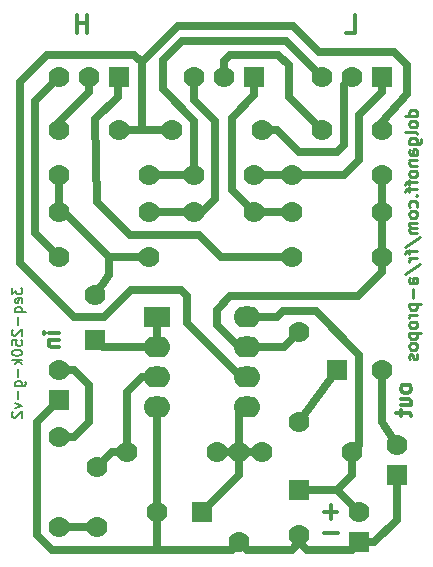
<source format=gbl>
%FSLAX46Y46*%
G04 Gerber Fmt 4.6, Leading zero omitted, Abs format (unit mm)*
G04 Created by KiCad (PCBNEW (2014-08-26 BZR 5101)-product) date 29/08/2014 13:32:12*
%MOMM*%
G01*
G04 APERTURE LIST*
%ADD10C,0.100000*%
%ADD11C,0.300000*%
%ADD12C,0.203200*%
%ADD13C,0.254000*%
%ADD14C,1.778000*%
%ADD15R,1.778000X1.778000*%
%ADD16R,2.286000X1.778000*%
%ADD17O,2.286000X1.778000*%
%ADD18C,0.635000*%
G04 APERTURE END LIST*
D10*
D11*
X119173571Y-78148571D02*
X119173571Y-76648571D01*
X119173571Y-77362857D02*
X118316428Y-77362857D01*
X118316428Y-78148571D02*
X118316428Y-76648571D01*
X141140714Y-78148571D02*
X141855000Y-78148571D01*
X141855000Y-76648571D01*
X146624524Y-108191905D02*
X146564048Y-108070952D01*
X146503571Y-108010476D01*
X146382619Y-107950000D01*
X146019762Y-107950000D01*
X145898810Y-108010476D01*
X145838333Y-108070952D01*
X145777857Y-108191905D01*
X145777857Y-108373333D01*
X145838333Y-108494285D01*
X145898810Y-108554762D01*
X146019762Y-108615238D01*
X146382619Y-108615238D01*
X146503571Y-108554762D01*
X146564048Y-108494285D01*
X146624524Y-108373333D01*
X146624524Y-108191905D01*
X145777857Y-109703810D02*
X146624524Y-109703810D01*
X145777857Y-109159524D02*
X146443095Y-109159524D01*
X146564048Y-109220000D01*
X146624524Y-109340953D01*
X146624524Y-109522381D01*
X146564048Y-109643333D01*
X146503571Y-109703810D01*
X145777857Y-110127143D02*
X145777857Y-110610953D01*
X145354524Y-110308572D02*
X146443095Y-110308572D01*
X146564048Y-110369048D01*
X146624524Y-110490001D01*
X146624524Y-110610953D01*
X116779524Y-103565476D02*
X115932857Y-103565476D01*
X115509524Y-103565476D02*
X115570000Y-103505000D01*
X115630476Y-103565476D01*
X115570000Y-103625952D01*
X115509524Y-103565476D01*
X115630476Y-103565476D01*
X115932857Y-104170238D02*
X116779524Y-104170238D01*
X116053810Y-104170238D02*
X115993333Y-104230714D01*
X115932857Y-104351667D01*
X115932857Y-104533095D01*
X115993333Y-104654047D01*
X116114286Y-104714524D01*
X116779524Y-104714524D01*
X139807143Y-118173572D02*
X139807143Y-119316429D01*
X140378571Y-118745000D02*
X139235714Y-118745000D01*
X139255572Y-120542857D02*
X140398429Y-120542857D01*
D12*
X112797167Y-99758499D02*
X112797167Y-100308832D01*
X113135833Y-100012499D01*
X113135833Y-100139499D01*
X113178167Y-100224166D01*
X113220500Y-100266499D01*
X113305167Y-100308832D01*
X113516833Y-100308832D01*
X113601500Y-100266499D01*
X113643833Y-100224166D01*
X113686167Y-100139499D01*
X113686167Y-99885499D01*
X113643833Y-99800832D01*
X113601500Y-99758499D01*
X113643833Y-101028499D02*
X113686167Y-100943833D01*
X113686167Y-100774499D01*
X113643833Y-100689833D01*
X113559167Y-100647499D01*
X113220500Y-100647499D01*
X113135833Y-100689833D01*
X113093500Y-100774499D01*
X113093500Y-100943833D01*
X113135833Y-101028499D01*
X113220500Y-101070833D01*
X113305167Y-101070833D01*
X113389833Y-100647499D01*
X113093500Y-101832833D02*
X113982500Y-101832833D01*
X113643833Y-101832833D02*
X113686167Y-101748166D01*
X113686167Y-101578833D01*
X113643833Y-101494166D01*
X113601500Y-101451833D01*
X113516833Y-101409499D01*
X113262833Y-101409499D01*
X113178167Y-101451833D01*
X113135833Y-101494166D01*
X113093500Y-101578833D01*
X113093500Y-101748166D01*
X113135833Y-101832833D01*
X113347500Y-102256166D02*
X113347500Y-102933499D01*
X112881833Y-103314499D02*
X112839500Y-103356833D01*
X112797167Y-103441499D01*
X112797167Y-103653166D01*
X112839500Y-103737833D01*
X112881833Y-103780166D01*
X112966500Y-103822499D01*
X113051167Y-103822499D01*
X113178167Y-103780166D01*
X113686167Y-103272166D01*
X113686167Y-103822499D01*
X112797167Y-104626833D02*
X112797167Y-104203500D01*
X113220500Y-104161166D01*
X113178167Y-104203500D01*
X113135833Y-104288166D01*
X113135833Y-104499833D01*
X113178167Y-104584500D01*
X113220500Y-104626833D01*
X113305167Y-104669166D01*
X113516833Y-104669166D01*
X113601500Y-104626833D01*
X113643833Y-104584500D01*
X113686167Y-104499833D01*
X113686167Y-104288166D01*
X113643833Y-104203500D01*
X113601500Y-104161166D01*
X112797167Y-105219500D02*
X112797167Y-105304167D01*
X112839500Y-105388833D01*
X112881833Y-105431167D01*
X112966500Y-105473500D01*
X113135833Y-105515833D01*
X113347500Y-105515833D01*
X113516833Y-105473500D01*
X113601500Y-105431167D01*
X113643833Y-105388833D01*
X113686167Y-105304167D01*
X113686167Y-105219500D01*
X113643833Y-105134833D01*
X113601500Y-105092500D01*
X113516833Y-105050167D01*
X113347500Y-105007833D01*
X113135833Y-105007833D01*
X112966500Y-105050167D01*
X112881833Y-105092500D01*
X112839500Y-105134833D01*
X112797167Y-105219500D01*
X113686167Y-105896834D02*
X112797167Y-105896834D01*
X113347500Y-105981500D02*
X113686167Y-106235500D01*
X113093500Y-106235500D02*
X113432167Y-105896834D01*
X113347500Y-106616501D02*
X113347500Y-107293834D01*
X113093500Y-108098168D02*
X113813167Y-108098168D01*
X113897833Y-108055834D01*
X113940167Y-108013501D01*
X113982500Y-107928834D01*
X113982500Y-107801834D01*
X113940167Y-107717168D01*
X113643833Y-108098168D02*
X113686167Y-108013501D01*
X113686167Y-107844168D01*
X113643833Y-107759501D01*
X113601500Y-107717168D01*
X113516833Y-107674834D01*
X113262833Y-107674834D01*
X113178167Y-107717168D01*
X113135833Y-107759501D01*
X113093500Y-107844168D01*
X113093500Y-108013501D01*
X113135833Y-108098168D01*
X113347500Y-108521501D02*
X113347500Y-109198834D01*
X113093500Y-109537501D02*
X113686167Y-109749168D01*
X113093500Y-109960834D01*
X112881833Y-110257167D02*
X112839500Y-110299501D01*
X112797167Y-110384167D01*
X112797167Y-110595834D01*
X112839500Y-110680501D01*
X112881833Y-110722834D01*
X112966500Y-110765167D01*
X113051167Y-110765167D01*
X113178167Y-110722834D01*
X113686167Y-110214834D01*
X113686167Y-110765167D01*
D13*
X147144619Y-85186763D02*
X146128619Y-85186763D01*
X147096238Y-85186763D02*
X147144619Y-85090001D01*
X147144619Y-84896478D01*
X147096238Y-84799716D01*
X147047857Y-84751335D01*
X146951095Y-84702954D01*
X146660810Y-84702954D01*
X146564048Y-84751335D01*
X146515667Y-84799716D01*
X146467286Y-84896478D01*
X146467286Y-85090001D01*
X146515667Y-85186763D01*
X147144619Y-85815716D02*
X147096238Y-85718954D01*
X147047857Y-85670573D01*
X146951095Y-85622192D01*
X146660810Y-85622192D01*
X146564048Y-85670573D01*
X146515667Y-85718954D01*
X146467286Y-85815716D01*
X146467286Y-85960858D01*
X146515667Y-86057620D01*
X146564048Y-86106001D01*
X146660810Y-86154382D01*
X146951095Y-86154382D01*
X147047857Y-86106001D01*
X147096238Y-86057620D01*
X147144619Y-85960858D01*
X147144619Y-85815716D01*
X147144619Y-86734954D02*
X147096238Y-86638192D01*
X146999476Y-86589811D01*
X146128619Y-86589811D01*
X146467286Y-87557429D02*
X147289762Y-87557429D01*
X147386524Y-87509048D01*
X147434905Y-87460667D01*
X147483286Y-87363906D01*
X147483286Y-87218763D01*
X147434905Y-87122001D01*
X147096238Y-87557429D02*
X147144619Y-87460667D01*
X147144619Y-87267144D01*
X147096238Y-87170382D01*
X147047857Y-87122001D01*
X146951095Y-87073620D01*
X146660810Y-87073620D01*
X146564048Y-87122001D01*
X146515667Y-87170382D01*
X146467286Y-87267144D01*
X146467286Y-87460667D01*
X146515667Y-87557429D01*
X147144619Y-88476667D02*
X146612429Y-88476667D01*
X146515667Y-88428286D01*
X146467286Y-88331524D01*
X146467286Y-88138001D01*
X146515667Y-88041239D01*
X147096238Y-88476667D02*
X147144619Y-88379905D01*
X147144619Y-88138001D01*
X147096238Y-88041239D01*
X146999476Y-87992858D01*
X146902714Y-87992858D01*
X146805952Y-88041239D01*
X146757571Y-88138001D01*
X146757571Y-88379905D01*
X146709190Y-88476667D01*
X146467286Y-88960477D02*
X147144619Y-88960477D01*
X146564048Y-88960477D02*
X146515667Y-89008858D01*
X146467286Y-89105620D01*
X146467286Y-89250762D01*
X146515667Y-89347524D01*
X146612429Y-89395905D01*
X147144619Y-89395905D01*
X147144619Y-90024858D02*
X147096238Y-89928096D01*
X147047857Y-89879715D01*
X146951095Y-89831334D01*
X146660810Y-89831334D01*
X146564048Y-89879715D01*
X146515667Y-89928096D01*
X146467286Y-90024858D01*
X146467286Y-90170000D01*
X146515667Y-90266762D01*
X146564048Y-90315143D01*
X146660810Y-90363524D01*
X146951095Y-90363524D01*
X147047857Y-90315143D01*
X147096238Y-90266762D01*
X147144619Y-90170000D01*
X147144619Y-90024858D01*
X146467286Y-90653810D02*
X146467286Y-91040858D01*
X147144619Y-90798953D02*
X146273762Y-90798953D01*
X146177000Y-90847334D01*
X146128619Y-90944096D01*
X146128619Y-91040858D01*
X146467286Y-91234381D02*
X146467286Y-91621429D01*
X147144619Y-91379524D02*
X146273762Y-91379524D01*
X146177000Y-91427905D01*
X146128619Y-91524667D01*
X146128619Y-91621429D01*
X147047857Y-91960095D02*
X147096238Y-92008476D01*
X147144619Y-91960095D01*
X147096238Y-91911714D01*
X147047857Y-91960095D01*
X147144619Y-91960095D01*
X147096238Y-92879333D02*
X147144619Y-92782571D01*
X147144619Y-92589048D01*
X147096238Y-92492286D01*
X147047857Y-92443905D01*
X146951095Y-92395524D01*
X146660810Y-92395524D01*
X146564048Y-92443905D01*
X146515667Y-92492286D01*
X146467286Y-92589048D01*
X146467286Y-92782571D01*
X146515667Y-92879333D01*
X147144619Y-93459905D02*
X147096238Y-93363143D01*
X147047857Y-93314762D01*
X146951095Y-93266381D01*
X146660810Y-93266381D01*
X146564048Y-93314762D01*
X146515667Y-93363143D01*
X146467286Y-93459905D01*
X146467286Y-93605047D01*
X146515667Y-93701809D01*
X146564048Y-93750190D01*
X146660810Y-93798571D01*
X146951095Y-93798571D01*
X147047857Y-93750190D01*
X147096238Y-93701809D01*
X147144619Y-93605047D01*
X147144619Y-93459905D01*
X147144619Y-94234000D02*
X146467286Y-94234000D01*
X146564048Y-94234000D02*
X146515667Y-94282381D01*
X146467286Y-94379143D01*
X146467286Y-94524285D01*
X146515667Y-94621047D01*
X146612429Y-94669428D01*
X147144619Y-94669428D01*
X146612429Y-94669428D02*
X146515667Y-94717809D01*
X146467286Y-94814571D01*
X146467286Y-94959714D01*
X146515667Y-95056476D01*
X146612429Y-95104857D01*
X147144619Y-95104857D01*
X146080238Y-96314381D02*
X147386524Y-95443524D01*
X146467286Y-96507905D02*
X146467286Y-96894953D01*
X147144619Y-96653048D02*
X146273762Y-96653048D01*
X146177000Y-96701429D01*
X146128619Y-96798191D01*
X146128619Y-96894953D01*
X147144619Y-97233619D02*
X146467286Y-97233619D01*
X146660810Y-97233619D02*
X146564048Y-97282000D01*
X146515667Y-97330381D01*
X146467286Y-97427143D01*
X146467286Y-97523904D01*
X146080238Y-98588285D02*
X147386524Y-97717428D01*
X147144619Y-99362380D02*
X146612429Y-99362380D01*
X146515667Y-99313999D01*
X146467286Y-99217237D01*
X146467286Y-99023714D01*
X146515667Y-98926952D01*
X147096238Y-99362380D02*
X147144619Y-99265618D01*
X147144619Y-99023714D01*
X147096238Y-98926952D01*
X146999476Y-98878571D01*
X146902714Y-98878571D01*
X146805952Y-98926952D01*
X146757571Y-99023714D01*
X146757571Y-99265618D01*
X146709190Y-99362380D01*
X146757571Y-99846190D02*
X146757571Y-100620285D01*
X146467286Y-101104095D02*
X147483286Y-101104095D01*
X146515667Y-101104095D02*
X146467286Y-101200857D01*
X146467286Y-101394380D01*
X146515667Y-101491142D01*
X146564048Y-101539523D01*
X146660810Y-101587904D01*
X146951095Y-101587904D01*
X147047857Y-101539523D01*
X147096238Y-101491142D01*
X147144619Y-101394380D01*
X147144619Y-101200857D01*
X147096238Y-101104095D01*
X147144619Y-102023333D02*
X146467286Y-102023333D01*
X146660810Y-102023333D02*
X146564048Y-102071714D01*
X146515667Y-102120095D01*
X146467286Y-102216857D01*
X146467286Y-102313618D01*
X147144619Y-102797428D02*
X147096238Y-102700666D01*
X147047857Y-102652285D01*
X146951095Y-102603904D01*
X146660810Y-102603904D01*
X146564048Y-102652285D01*
X146515667Y-102700666D01*
X146467286Y-102797428D01*
X146467286Y-102942570D01*
X146515667Y-103039332D01*
X146564048Y-103087713D01*
X146660810Y-103136094D01*
X146951095Y-103136094D01*
X147047857Y-103087713D01*
X147096238Y-103039332D01*
X147144619Y-102942570D01*
X147144619Y-102797428D01*
X146467286Y-103571523D02*
X147483286Y-103571523D01*
X146515667Y-103571523D02*
X146467286Y-103668285D01*
X146467286Y-103861808D01*
X146515667Y-103958570D01*
X146564048Y-104006951D01*
X146660810Y-104055332D01*
X146951095Y-104055332D01*
X147047857Y-104006951D01*
X147096238Y-103958570D01*
X147144619Y-103861808D01*
X147144619Y-103668285D01*
X147096238Y-103571523D01*
X147144619Y-104635904D02*
X147096238Y-104539142D01*
X147047857Y-104490761D01*
X146951095Y-104442380D01*
X146660810Y-104442380D01*
X146564048Y-104490761D01*
X146515667Y-104539142D01*
X146467286Y-104635904D01*
X146467286Y-104781046D01*
X146515667Y-104877808D01*
X146564048Y-104926189D01*
X146660810Y-104974570D01*
X146951095Y-104974570D01*
X147047857Y-104926189D01*
X147096238Y-104877808D01*
X147144619Y-104781046D01*
X147144619Y-104635904D01*
X147096238Y-105361618D02*
X147144619Y-105458380D01*
X147144619Y-105651904D01*
X147096238Y-105748665D01*
X146999476Y-105797046D01*
X146951095Y-105797046D01*
X146854333Y-105748665D01*
X146805952Y-105651904D01*
X146805952Y-105506761D01*
X146757571Y-105409999D01*
X146660810Y-105361618D01*
X146612429Y-105361618D01*
X146515667Y-105409999D01*
X146467286Y-105506761D01*
X146467286Y-105651904D01*
X146515667Y-105748665D01*
D14*
X120015000Y-120015000D03*
X120015000Y-114935000D03*
D15*
X119888000Y-104140000D03*
D14*
X119888000Y-100330000D03*
X128270000Y-90170000D03*
X133350000Y-90170000D03*
X128270000Y-93345000D03*
X133350000Y-93345000D03*
X139065000Y-86360000D03*
X144145000Y-86360000D03*
X116840000Y-86360000D03*
X121920000Y-86360000D03*
D15*
X140335000Y-106680000D03*
D14*
X144145000Y-106680000D03*
D15*
X128905000Y-118745000D03*
D14*
X125095000Y-118745000D03*
D15*
X137160000Y-116840000D03*
D14*
X137160000Y-120650000D03*
D15*
X116840000Y-109220000D03*
D14*
X116840000Y-106680000D03*
D15*
X145415000Y-115570000D03*
D14*
X145415000Y-113030000D03*
D15*
X142240000Y-121285000D03*
D14*
X142240000Y-118745000D03*
X116840000Y-120015000D03*
X116840000Y-112395000D03*
X130175000Y-113665000D03*
X122555000Y-113665000D03*
X124460000Y-90170000D03*
X116840000Y-90170000D03*
X124460000Y-93345000D03*
X116840000Y-93345000D03*
X116840000Y-97155000D03*
X124460000Y-97155000D03*
X133985000Y-86360000D03*
X126365000Y-86360000D03*
X144145000Y-90170000D03*
X136525000Y-90170000D03*
X144145000Y-93345000D03*
X136525000Y-93345000D03*
X144145000Y-97155000D03*
X136525000Y-97155000D03*
X137160000Y-111125000D03*
X137160000Y-103505000D03*
X133985000Y-113665000D03*
X141605000Y-113665000D03*
X132080000Y-121285000D03*
X132080000Y-113665000D03*
D15*
X144145000Y-81915000D03*
D14*
X141605000Y-81915000D03*
X139065000Y-81915000D03*
D15*
X133350000Y-81915000D03*
D14*
X130810000Y-81915000D03*
X128270000Y-81915000D03*
D15*
X121920000Y-81915000D03*
D14*
X119380000Y-81915000D03*
X116840000Y-81915000D03*
D16*
X125095000Y-102235000D03*
D17*
X125095000Y-104775000D03*
X125095000Y-107315000D03*
X125095000Y-109855000D03*
X132715000Y-109855000D03*
X132715000Y-107315000D03*
X132715000Y-104775000D03*
X132715000Y-102235000D03*
D18*
X116840000Y-120015000D02*
X120015000Y-120015000D01*
X120015000Y-114935000D02*
X121285000Y-113665000D01*
X121285000Y-113665000D02*
X122555000Y-113665000D01*
X122555000Y-113665000D02*
X122555000Y-108585000D01*
X123825000Y-107315000D02*
X125095000Y-107315000D01*
X122555000Y-108585000D02*
X123825000Y-107315000D01*
X125095000Y-102235000D02*
X125095000Y-104775000D01*
X120523000Y-104775000D02*
X119888000Y-104140000D01*
X125095000Y-104775000D02*
X120523000Y-104775000D01*
X116840000Y-93345000D02*
X116840000Y-90170000D01*
X117221000Y-93345000D02*
X116840000Y-93345000D01*
X121031000Y-97155000D02*
X117221000Y-93345000D01*
X124460000Y-97155000D02*
X121031000Y-97155000D01*
X121031000Y-98679000D02*
X121031000Y-97155000D01*
X119888000Y-100330000D02*
X121031000Y-98679000D01*
X128270000Y-90170000D02*
X124460000Y-90170000D01*
X136016991Y-78866991D02*
X139065000Y-81915000D01*
X128270000Y-90170000D02*
X128270000Y-85598000D01*
X128270000Y-85598000D02*
X125603000Y-82931000D01*
X125603000Y-82931000D02*
X125603000Y-80483460D01*
X125603000Y-80483460D02*
X127219469Y-78866991D01*
X127219469Y-78866991D02*
X136016991Y-78866991D01*
X133350000Y-90170000D02*
X136525000Y-90170000D01*
X144145000Y-83185000D02*
X142240000Y-85090000D01*
X142240000Y-85090000D02*
X142240000Y-88900000D01*
X142240000Y-88900000D02*
X140970000Y-90170000D01*
X140970000Y-90170000D02*
X136525000Y-90170000D01*
X144145000Y-81915000D02*
X144145000Y-83185000D01*
X128270000Y-93345000D02*
X124460000Y-93345000D01*
X128270000Y-83820000D02*
X128270000Y-81915000D01*
X130048000Y-85598000D02*
X128270000Y-83820000D01*
X130048000Y-92202000D02*
X130048000Y-85598000D01*
X128905000Y-93345000D02*
X130048000Y-92202000D01*
X128270000Y-93345000D02*
X128905000Y-93345000D01*
X133350000Y-93345000D02*
X136525000Y-93345000D01*
X131445000Y-91440000D02*
X131445000Y-85344000D01*
X131445000Y-85344000D02*
X133350000Y-83439000D01*
X133350000Y-83439000D02*
X133350000Y-81915000D01*
X133350000Y-93345000D02*
X131445000Y-91440000D01*
X136271000Y-83566000D02*
X139065000Y-86360000D01*
X136271000Y-80899000D02*
X136271000Y-83566000D01*
X135382000Y-80010000D02*
X136271000Y-80899000D01*
X131318000Y-80010000D02*
X135382000Y-80010000D01*
X130810000Y-80518000D02*
X131318000Y-80010000D01*
X130810000Y-81915000D02*
X130810000Y-80518000D01*
X132715000Y-107315000D02*
X132080000Y-107315000D01*
X123825000Y-86360000D02*
X126365000Y-86360000D01*
X121920000Y-86360000D02*
X123825000Y-86360000D01*
X123825000Y-86360000D02*
X123825000Y-80645000D01*
X123190000Y-80010000D02*
X123825000Y-80645000D01*
X113538000Y-82296000D02*
X115824000Y-80010000D01*
X118110000Y-102235000D02*
X113538000Y-97663000D01*
X120650000Y-102235000D02*
X118110000Y-102235000D01*
X122936000Y-99949000D02*
X120650000Y-102235000D01*
X127127000Y-99949000D02*
X122936000Y-99949000D01*
X127635000Y-100457000D02*
X127127000Y-99949000D01*
X113538000Y-97663000D02*
X113538000Y-82296000D01*
X127635000Y-102743000D02*
X127635000Y-100457000D01*
X132207000Y-107315000D02*
X127635000Y-102743000D01*
X115824000Y-80010000D02*
X123190000Y-80010000D01*
X132715000Y-107315000D02*
X132207000Y-107315000D01*
X144145000Y-85725000D02*
X144145000Y-86360000D01*
X146304000Y-83312000D02*
X144145000Y-85725000D01*
X146304000Y-80899000D02*
X146304000Y-83312000D01*
X145161000Y-79756000D02*
X146304000Y-80899000D01*
X138811000Y-79756000D02*
X145161000Y-79756000D01*
X136652000Y-77597000D02*
X138811000Y-79756000D01*
X126873000Y-77597000D02*
X136652000Y-77597000D01*
X123825000Y-80645000D02*
X126873000Y-77597000D01*
X116840000Y-86360000D02*
X116840000Y-85725000D01*
X119380000Y-83185000D02*
X119380000Y-81915000D01*
X116840000Y-85725000D02*
X119380000Y-83185000D01*
X137160000Y-111125000D02*
X140335000Y-106680000D01*
X144145000Y-111125000D02*
X145415000Y-113030000D01*
X144145000Y-106680000D02*
X144145000Y-111125000D01*
X132080000Y-113665000D02*
X130175000Y-113665000D01*
X132080000Y-113665000D02*
X133985000Y-113665000D01*
X132080000Y-115570000D02*
X128905000Y-118745000D01*
X132080000Y-113665000D02*
X132080000Y-115570000D01*
X132080000Y-110490000D02*
X132715000Y-109855000D01*
X132080000Y-113665000D02*
X132080000Y-110490000D01*
X116840000Y-109220000D02*
X114935000Y-111125000D01*
X114935000Y-111125000D02*
X114935000Y-120650000D01*
X114935000Y-120650000D02*
X116205000Y-121920000D01*
X116205000Y-121920000D02*
X125095000Y-121920000D01*
X125095000Y-121920000D02*
X125095000Y-118745000D01*
X142240000Y-121285000D02*
X143510000Y-121285000D01*
X145415000Y-119380000D02*
X145415000Y-115570000D01*
X143510000Y-121285000D02*
X145415000Y-119380000D01*
X125095000Y-118745000D02*
X125095000Y-109855000D01*
X137160000Y-120650000D02*
X137160000Y-121285000D01*
X131445000Y-121920000D02*
X132080000Y-121285000D01*
X125095000Y-121920000D02*
X131445000Y-121920000D01*
X136525000Y-121920000D02*
X137160000Y-121285000D01*
X132715000Y-121920000D02*
X136525000Y-121920000D01*
X132080000Y-121285000D02*
X132715000Y-121920000D01*
X141605000Y-121920000D02*
X142240000Y-121285000D01*
X137795000Y-121920000D02*
X141605000Y-121920000D01*
X137160000Y-121285000D02*
X137795000Y-121920000D01*
X137160000Y-116840000D02*
X140335000Y-116840000D01*
X140335000Y-116840000D02*
X142240000Y-118745000D01*
X141605000Y-115570000D02*
X141605000Y-113665000D01*
X140335000Y-116840000D02*
X141605000Y-115570000D01*
X142240000Y-113030000D02*
X141605000Y-113665000D01*
X142240000Y-105410000D02*
X142240000Y-113030000D01*
X138557000Y-101727000D02*
X142240000Y-105410000D01*
X135763000Y-101727000D02*
X138557000Y-101727000D01*
X135255000Y-102235000D02*
X135763000Y-101727000D01*
X132715000Y-102235000D02*
X135255000Y-102235000D01*
X116840000Y-106680000D02*
X118110000Y-106680000D01*
X118110000Y-112395000D02*
X119380000Y-111125000D01*
X119380000Y-111125000D02*
X119380000Y-107950000D01*
X119380000Y-107950000D02*
X118110000Y-106680000D01*
X118110000Y-112395000D02*
X116840000Y-112395000D01*
X114808000Y-95123000D02*
X114808000Y-83947000D01*
X114808000Y-83947000D02*
X116840000Y-81915000D01*
X116840000Y-97155000D02*
X114808000Y-95123000D01*
X140970000Y-87630000D02*
X140335000Y-88265000D01*
X140970000Y-87630000D02*
X140970000Y-82550000D01*
X135255000Y-86360000D02*
X137160000Y-88265000D01*
X137160000Y-88265000D02*
X140335000Y-88265000D01*
X135255000Y-86360000D02*
X133985000Y-86360000D01*
X141605000Y-81915000D02*
X140970000Y-82550000D01*
X144145000Y-93345000D02*
X144145000Y-97155000D01*
X144145000Y-90170000D02*
X144145000Y-93345000D01*
X132715000Y-104775000D02*
X135890000Y-104775000D01*
X135890000Y-104775000D02*
X137160000Y-103505000D01*
X144145000Y-98425000D02*
X144145000Y-97155000D01*
X142113002Y-100456998D02*
X144145000Y-98425000D01*
X131318002Y-100456998D02*
X142113002Y-100456998D01*
X130175000Y-101600000D02*
X131318002Y-100456998D01*
X130175000Y-102870000D02*
X130175000Y-101600000D01*
X132080000Y-104775000D02*
X130175000Y-102870000D01*
X132715000Y-104775000D02*
X132080000Y-104775000D01*
X121920000Y-81915000D02*
X121793000Y-83566000D01*
X130556000Y-97155000D02*
X136525000Y-97155000D01*
X128651000Y-95250000D02*
X130556000Y-97155000D01*
X122809000Y-95250000D02*
X128651000Y-95250000D01*
X120015000Y-92456000D02*
X122809000Y-95250000D01*
X119888000Y-85471000D02*
X120015000Y-92456000D01*
X121793000Y-83566000D02*
X119888000Y-85471000D01*
M02*

</source>
